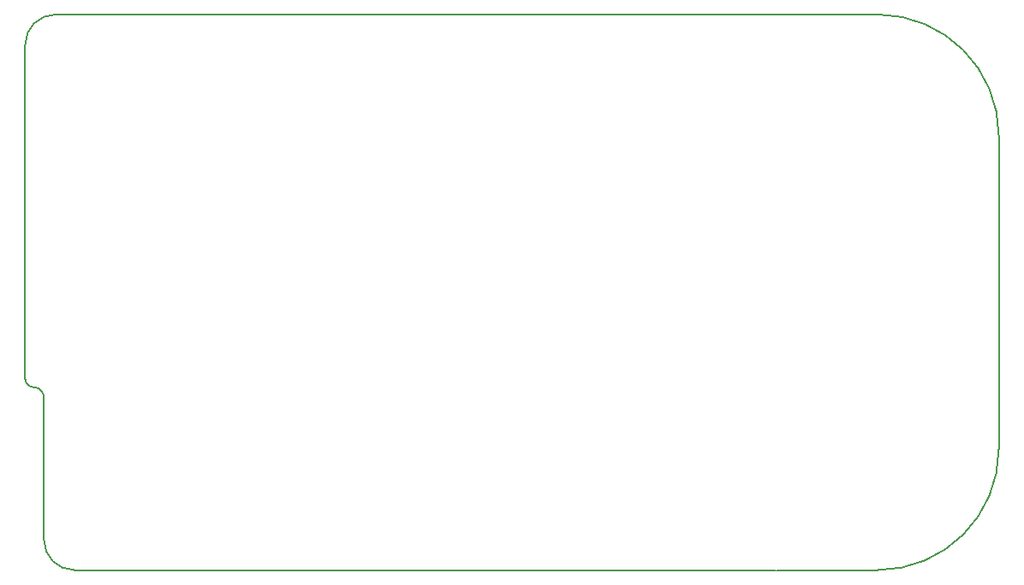
<source format=gbr>
G04 #@! TF.GenerationSoftware,KiCad,Pcbnew,(5.0.0)*
G04 #@! TF.CreationDate,2020-03-19T18:32:55-04:00*
G04 #@! TF.ProjectId,Temple_RPi_HAT,54656D706C655F5250695F4841542E6B,rev?*
G04 #@! TF.SameCoordinates,Original*
G04 #@! TF.FileFunction,Profile,NP*
%FSLAX46Y46*%
G04 Gerber Fmt 4.6, Leading zero omitted, Abs format (unit mm)*
G04 Created by KiCad (PCBNEW (5.0.0)) date 03/19/20 18:32:55*
%MOMM*%
%LPD*%
G01*
G04 APERTURE LIST*
%ADD10C,0.150000*%
%ADD11C,0.200000*%
G04 APERTURE END LIST*
D10*
X154315000Y-179830000D02*
X144315000Y-179830000D01*
X154315000Y-124830000D02*
X144315000Y-124830000D01*
X70040000Y-160880000D02*
X70040000Y-127830000D01*
X71890000Y-163330000D02*
X71887940Y-162735800D01*
X74890000Y-179830000D02*
X144290000Y-179830000D01*
X73040000Y-124830000D02*
X73790000Y-124830000D01*
X70890000Y-161730000D02*
G75*
G02X70040000Y-160880000I0J850000D01*
G01*
X70890000Y-161730000D02*
G75*
G02X71890000Y-162730000I0J-1000000D01*
G01*
X71890000Y-169330000D02*
X71890000Y-163330000D01*
X71890000Y-176830000D02*
X71890000Y-169330000D01*
X144320000Y-124830000D02*
X138320000Y-124830000D01*
X166320000Y-136830000D02*
X166320000Y-167830000D01*
X154320000Y-124830000D02*
G75*
G02X166320000Y-136830000I0J-12000000D01*
G01*
D11*
X166320000Y-167830000D02*
G75*
G02X154320000Y-179830000I-12000000J0D01*
G01*
D10*
X74890000Y-179830000D02*
G75*
G02X71890000Y-176830000I0J3000000D01*
G01*
X70040000Y-127830000D02*
G75*
G02X73040000Y-124830000I3000000J0D01*
G01*
X138320000Y-124830000D02*
X73760000Y-124830000D01*
M02*

</source>
